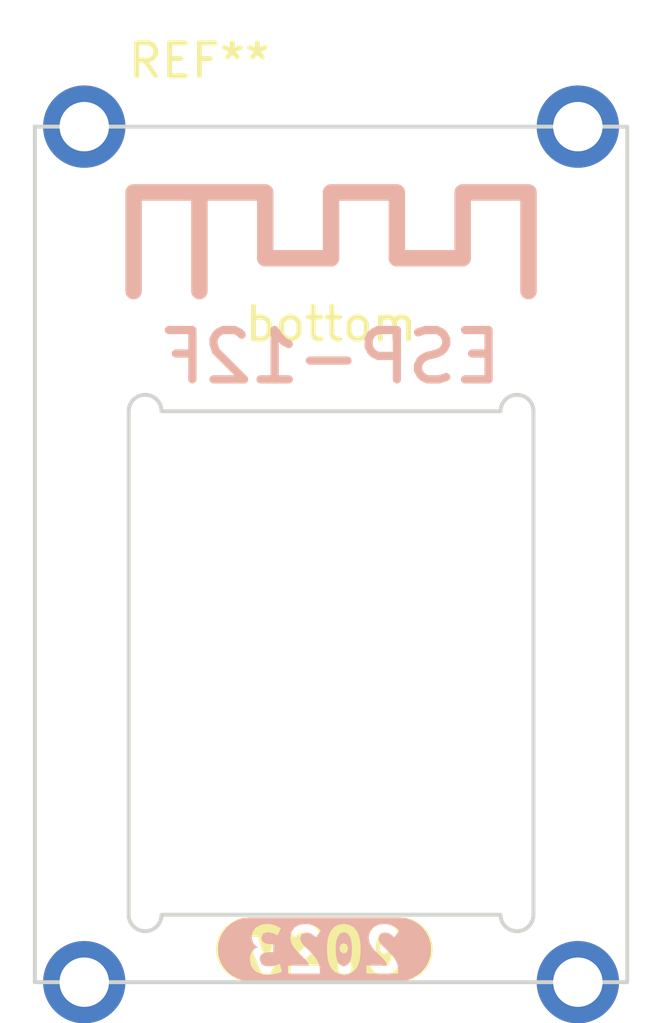
<source format=kicad_pcb>
(kicad_pcb (version 20211014) (generator pcbnew)
  (layers (0 "F.Cu" signal) (31 "B.Cu" signal) (34 "B.Paste" user) (35 "F.Paste" user) (36 "B.SilkS" user "B.Silkscreen") (37 "F.SilkS" user "F.Silkscreen") (38 "B.Mask" user) (39 "F.Mask" user) (44 "Edge.Cuts" user))
  (net 0 "")
  (footprint "kibuzzard-642C03EC" (layer "F.Cu") (at 135.3 125)
    (fp_text reference "kibuzzard-642C03EC" hide)
    (fp_text value "G***" hide)
    (fp_poly (pts (xy -2.322909 -0.967581) (xy -2.323108 -0.967581) (xy -2.511874 -0.948989) (xy -2.693385 -0.893929) (xy -2.860667 -0.804514) (xy -3.007291 -0.684183) (xy -3.127622 -0.537559) (xy -3.217036 -0.370277) (xy -3.272097 -0.188766) (xy -3.290689 0) (xy -3.272097 0.188766) (xy -3.217036 0.370277) (xy -3.127622 0.537559) (xy -3.007291 0.684183) (xy -2.860667 0.804514) (xy -2.693385 0.893929) (xy -2.511874 0.948989) (xy -2.323108 0.967581) (xy -2.322909 0.967581) (xy -1.894284 0.967581) (xy -1.894284 0.738188) (xy -1.966119 0.58883) (xy -2.038747 0.423333) (xy -2.112169 0.241697) (xy -2.166863 0.096069) (xy -2.220218 -0.056257) (xy -2.272233 -0.21528) (xy -2.322909 -0.381) (xy -2.015728 -0.381) (xy -1.992213 -0.287536) (xy -1.964531 -0.188119) (xy -1.933873 -0.085427) (xy -1.901428 0.017859) (xy -1.867793 0.119955) (xy -1.833563 0.219075) (xy -1.768078 0.397669) (xy -1.699022 0.219075) (xy -1.66122 0.119955) (xy -1.624013 0.017859) (xy -1.587698 -0.085427) (xy -1.552575 -0.188119) (xy -1.521321 -0.287536) (xy -1.496616 -0.381) (xy -1.198959 -0.381) (xy -1.250305 -0.21528) (xy -1.30433 -0.056257) (xy -1.361033 0.096069) (xy -1.420416 0.241697) (xy -1.499791 0.423333) (xy -1.575991 0.58883) (xy -1.649016 0.738188) (xy -1.894284 0.738188) (xy -1.894284 0.967581) (xy -0.065484 0.967581) (xy -0.065484 0.738188) (xy -1.027509 0.738188) (xy -1.033463 0.678656) (xy -1.032272 0.62865) (xy -1.021259 0.51435) (xy -0.988219 0.409575) (xy -0.938213 0.313432) (xy -0.8763 0.225028) (xy -0.806053 0.14347) (xy -0.731044 0.067866) (xy -0.656034 -0.003274) (xy -0.585787 -0.071437) (xy -0.473869 -0.200025) (xy -0.429816 -0.326231) (xy -0.484584 -0.465534) (xy -0.622697 -0.51435) (xy -0.767953 -0.481012) (xy -0.917972 -0.369094) (xy -1.063228 -0.573881) (xy -0.960537 -0.660797) (xy -0.842963 -0.721519) (xy -0.718245 -0.757237) (xy -0.594122 -0.769144) (xy -0.420291 -0.74295) (xy -0.272653 -0.664369) (xy -0.170259 -0.532209) (xy -0.132159 -0.347662) (xy -0.160734 -0.201216) (xy -0.236934 -0.064294) (xy -0.344091 0.064294) (xy -0.465534 0.183356) (xy -0.536972 0.251222) (xy -0.613172 0.332184) (xy -0.673894 0.416719) (xy -0.698897 0.4953) (xy -0.065484 0.4953) (xy -0.065484 0.738188) (xy -0.065484 0.967581) (xy 0.622697 0.967581) (xy 0.622697 0.764381) (xy 0.541734 0.750094) (xy 0.473869 0.708422) (xy 0.426244 0.641747) (xy 0.408384 0.550069) (xy 0.426244 0.460772) (xy 0.473869 0.395288) (xy 0.541734 0.354806) (xy 0.622697 0.340519) (xy 0.770334 0.395288) (xy 0.834628 0.550069) (xy 0.770334 0.709613) (xy 0.622697 0.764381) (xy 0.622697 0.967581) (xy 1.810941 0.967581) (xy 1.810941 0.769144) (xy 1.657482 0.747977) (xy 1.530482 0.684477) (xy 1.429941 0.578644) (xy 1.372642 0.470892) (xy 1.331714 0.338138) (xy 1.307157 0.18038) (xy 1.298972 -0.002381) (xy 1.307306 -0.183059) (xy 1.332309 -0.339328) (xy 1.373981 -0.47119) (xy 1.432322 -0.578644) (xy 1.533657 -0.684477) (xy 1.659864 -0.747977) (xy 1.810941 -0.769144) (xy 1.964399 -0.748109) (xy 2.091399 -0.685006) (xy 2.191941 -0.579834) (xy 2.249239 -0.472753) (xy 2.290167 -0.340816) (xy 2.314724 -0.184026) (xy 2.322909 -0.002381) (xy 2.314724 0.18038) (xy 2.290167 0.338138) (xy 2.249239 0.470892) (xy 2.191941 0.578644) (xy 2.091399 0.684477) (xy 1.964399 0.747977) (xy 1.810941 0.769144) (xy 1.810941 0.967581) (xy 2.322909 0.967581) (xy 2.323108 0.967581) (xy 2.511874 0.948989) (xy 2.693385 0.893929) (xy 2.860667 0.804514) (xy 3.007291 0.684183) (xy 3.127622 0.537559) (xy 3.217036 0.370277) (xy 3.272097 0.188766) (xy 3.290689 0) (xy 3.272097 -0.188766) (xy 3.217036 -0.370277) (xy 3.127622 -0.537559) (xy 3.007291 -0.684183) (xy 2.860667 -0.804514) (xy 2.693385 -0.893929) (xy 2.511874 -0.948989) (xy 2.323108 -0.967581) (xy 2.322909 -0.967581) (xy -2.322909 -0.967581)) (layer "F.SilkS") (width 0) (fill solid))
    (fp_poly (pts (xy 2.058591 -0.002381) (xy 2.051579 -0.157295) (xy 2.030545 -0.285485) (xy 1.995487 -0.386953) (xy 1.917799 -0.486073) (xy 1.810941 -0.519112) (xy 1.70557 -0.486073) (xy 1.627584 -0.386953) (xy 1.591866 -0.285485) (xy 1.570434 -0.157295) (xy 1.563291 -0.002381) (xy 1.570434 0.153855) (xy 1.591866 0.28284) (xy 1.627584 0.384572) (xy 1.70557 0.483691) (xy 1.810941 0.516731) (xy 1.813322 0.515995) (xy 1.813322 0.130969) (xy 1.715691 0.084534) (xy 1.679972 -0.026194) (xy 1.715691 -0.138112) (xy 1.813322 -0.185737) (xy 1.907381 -0.138112) (xy 1.944291 -0.026194) (xy 1.907381 0.084534) (xy 1.813322 0.130969) (xy 1.813322 0.515995) (xy 1.917799 0.483691) (xy 1.995487 0.384572) (xy 2.030545 0.28284) (xy 2.051579 0.153855) (xy 2.058591 -0.002381)) (layer "F.SilkS") (width 0) (fill solid))
  )
  (footprint "-local:board" (layer "F.Cu") (at 126.5 100)
    (fp_text reference "SYM1" hide)
    (fp_text value "board_outline")
    (fp_rect (start 0 0) (end 18 26) (layer "Edge.Cuts") (width 0.12) (fill none))
    (pad "" np_thru_hole circle (at 5 25) (size 0.9 0.9) (drill 0.9) (layers F&B.Cu *.Mask))
    (pad "" np_thru_hole circle (at 2 6) (size 0.9 0.9) (drill 0.9) (layers F&B.Cu *.Mask))
    (pad "" np_thru_hole circle (at 16 3) (size 0.9 0.9) (drill 0.9) (layers F&B.Cu *.Mask))
    (pad "1" thru_hole circle (at 1.5 0) (size 2.5 2.5) (drill 1.5) (layers *.Cu *.Mask))
    (pad "2" thru_hole circle (at 16.5 0) (size 2.5 2.5) (drill 1.5) (layers *.Cu *.Mask))
    (pad "3" thru_hole circle (at 16.5 26) (size 2.5 2.5) (drill 1.5) (layers *.Cu *.Mask))
    (pad "4" thru_hole circle (at 1.5 26) (size 2.5 2.5) (drill 1.5) (layers *.Cu *.Mask))
  )
  (footprint "-local:esp-bottom" (layer "F.Cu") (at 126.5 100)
    (fp_text reference "REF**" (at 5 -2 unlocked) (layer "F.SilkS"))
    (fp_text value "esp-bottom")
    (fp_text user "ESP-12F" (at 9 7 unlocked) (layer "B.SilkS") (effects (font (size 1.5 1.5) (thickness 0.25)) (justify mirror)))
    (fp_text user "bottom" (at 9 6 unlocked) (layer "F.SilkS"))
    (fp_line (start 9 2) (end 11 2) (layer "B.SilkS") (width 0.5))
    (fp_line (start 9 4) (end 9 2) (layer "B.SilkS") (width 0.5))
    (fp_line (start 13 4) (end 13 2) (layer "B.SilkS") (width 0.5))
    (fp_line (start 11 2) (end 11 4) (layer "B.SilkS") (width 0.5))
    (fp_line (start 7 4) (end 9 4) (layer "B.SilkS") (width 0.5))
    (fp_line (start 3 2) (end 7 2) (layer "B.SilkS") (width 0.5))
    (fp_line (start 11 4) (end 13 4) (layer "B.SilkS") (width 0.5))
    (fp_line (start 5 5) (end 5 2) (layer "B.SilkS") (width 0.5))
    (fp_line (start 7 2) (end 7 4) (layer "B.SilkS") (width 0.5))
    (fp_line (start 3 5) (end 3 2) (layer "B.SilkS") (width 0.5))
    (fp_line (start 13 2) (end 15 2) (layer "B.SilkS") (width 0.5))
    (fp_line (start 15 2) (end 15 5) (layer "B.SilkS") (width 0.5))
    (fp_line (start 2.85 8.65) (end 2.85 23.95) (layer "Edge.Cuts") (width 0.12))
    (fp_line (start 14.15 8.65) (end 3.85 8.65) (layer "Edge.Cuts") (width 0.12))
    (fp_line (start 15.15 23.95) (end 15.15 8.65) (layer "Edge.Cuts") (width 0.12))
    (fp_line (start 3.85 23.95) (end 14.15 23.95) (layer "Edge.Cuts") (width 0.12))
    (fp_arc (start 14.15 8.65) (mid 14.65 8.15) (end 15.15 8.65) (layer "Edge.Cuts") (width 0.12))
    (fp_arc (start 15.15 23.95) (mid 14.65 24.45) (end 14.15 23.95) (layer "Edge.Cuts") (width 0.12))
    (fp_arc (start 3.85 23.95) (mid 3.35 24.45) (end 2.85 23.95) (layer "Edge.Cuts") (width 0.12))
    (fp_arc (start 2.85 8.65) (mid 3.35 8.15) (end 3.85 8.65) (layer "Edge.Cuts") (width 0.12))
    (pad "" np_thru_hole circle (at 2 11.6) (size 1.05 1.05) (drill 1.05) (layers F&B.Cu *.Mask))
    (pad "" np_thru_hole circle (at 16 23.6) (size 1.05 1.05) (drill 1.05) (layers F&B.Cu *.Mask))
    (pad "" np_thru_hole circle (at 16 21.6) (size 1.05 1.05) (drill 1.05) (layers F&B.Cu *.Mask))
    (pad "" np_thru_hole circle (at 2 13.6) (size 1.05 1.05) (drill 1.05) (layers F&B.Cu *.Mask))
    (pad "" np_thru_hole circle (at 2 15.6) (size 1.05 1.05) (drill 1.05) (layers F&B.Cu *.Mask))
    (pad "" np_thru_hole circle (at 16 11.6) (size 1.05 1.05) (drill 1.05) (layers F&B.Cu *.Mask))
    (pad "" np_thru_hole circle (at 16 19.6) (size 1.05 1.05) (drill 1.05) (layers F&B.Cu *.Mask))
    (pad "" np_thru_hole circle (at 2 9.6) (size 1.05 1.05) (drill 1.05) (layers F&B.Cu *.Mask))
    (pad "" np_thru_hole circle (at 16 9.6) (size 1.05 1.05) (drill 1.05) (layers F&B.Cu *.Mask))
    (pad "" np_thru_hole circle (at 16 15.6) (size 1.05 1.05) (drill 1.05) (layers F&B.Cu *.Mask))
    (pad "" np_thru_hole circle (at 2 21.6) (size 1.05 1.05) (drill 1.05) (layers F&B.Cu *.Mask))
    (pad "" np_thru_hole circle (at 16 13.6) (size 1.05 1.05) (drill 1.05) (layers F&B.Cu *.Mask))
    (pad "" np_thru_hole circle (at 16 17.6) (size 1.05 1.05) (drill 1.05) (layers F&B.Cu *.Mask))
    (pad "" np_thru_hole circle (at 2 19.6) (size 1.05 1.05) (drill 1.05) (layers F&B.Cu *.Mask))
    (pad "" np_thru_hole circle (at 2 23.6) (size 1.05 1.05) (drill 1.05) (layers F&B.Cu *.Mask))
    (pad "" np_thru_hole circle (at 2 17.6) (size 1.05 1.05) (drill 1.05) (layers F&B.Cu *.Mask))
  )
  (footprint "kibuzzard-642C03F5" (layer "B.Cu") (at 135.3 125 180)
    (fp_text reference "kibuzzard-642C03F5" hide)
    (fp_text value "G***" hide)
    (fp_poly (pts (xy -2.271713 0.967581) (xy -2.271911 0.967581) (xy -2.460677 0.948989) (xy -2.642188 0.893929) (xy -2.80947 0.804514) (xy -2.956094 0.684183) (xy -3.076425 0.537559) (xy -3.165839 0.370277) (xy -3.2209 0.188766) (xy -3.239492 0) (xy -3.2209 -0.188766) (xy -3.165839 -0.370277) (xy -3.076425 -0.537559) (xy -2.956094 -0.684183) (xy -2.80947 -0.804514) (xy -2.642188 -0.893929) (xy -2.460677 -0.948989) (xy -2.271911 -0.967581) (xy -2.271713 -0.967581) (xy -1.273969 -0.967581) (xy -1.273969 -0.738188) (xy -2.235994 -0.738188) (xy -2.241947 -0.678656) (xy -2.240756 -0.62865) (xy -2.229743 -0.51435) (xy -2.196703 -0.409575) (xy -2.146697 -0.313432) (xy -2.084784 -0.225028) (xy -2.014538 -0.14347) (xy -1.939528 -0.067866) (xy -1.864519 0.003274) (xy -1.794272 0.071437) (xy -1.682353 0.200025) (xy -1.6383 0.326231) (xy -1.693069 0.465534) (xy -1.831181 0.51435) (xy -1.976438 0.481012) (xy -2.126456 0.369094) (xy -2.271713 0.573881) (xy -2.169021 0.660797) (xy -2.051447 0.721519) (xy -1.926729 0.757237) (xy -1.802606 0.769144) (xy -1.628775 0.74295) (xy -1.481138 0.664369) (xy -1.378744 0.532209) (xy -1.340644 0.347662) (xy -1.369219 0.201216) (xy -1.445419 0.064294) (xy -1.552575 -0.064294) (xy -1.674019 -0.183356) (xy -1.745456 -0.251222) (xy -1.821656 -0.332184) (xy -1.882378 -0.416719) (xy -1.907381 -0.4953) (xy -1.273969 -0.4953) (xy -1.273969 -0.738188) (xy -1.273969 -0.967581) (xy -0.588169 -0.967581) (xy -0.588169 -0.769144) (xy -0.741627 -0.747977) (xy -0.868627 -0.684477) (xy -0.969169 -0.578644) (xy -1.026468 -0.470892) (xy -1.067395 -0.338138) (xy -1.091952 -0.18038) (xy -1.100138 0.002381) (xy -1.091803 0.183059) (xy -1.0668 0.339328) (xy -1.025128 0.47119) (xy -0.966788 0.578644) (xy -0.865452 0.684477) (xy -0.739246 0.747977) (xy -0.588169 0.769144) (xy -0.43471 0.748109) (xy -0.30771 0.685006) (xy -0.207169 0.579834) (xy -0.14987 0.472753) (xy -0.108942 0.340816) (xy -0.084386 0.184026) (xy -0.0762 0.002381) (xy -0.084386 -0.18038) (xy -0.108942 -0.338138) (xy -0.14987 -0.470892) (xy -0.207169 -0.578644) (xy -0.30771 -0.684477) (xy -0.43471 -0.747977) (xy -0.588169 -0.769144) (xy -0.588169 -0.967581) (xy 1.107281 -0.967581) (xy 1.107281 -0.738188) (xy 0.145256 -0.738188) (xy 0.139303 -0.678656) (xy 0.140494 -0.62865) (xy 0.151507 -0.51435) (xy 0.184547 -0.409575) (xy 0.234553 -0.313432) (xy 0.296466 -0.225028) (xy 0.366712 -0.14347) (xy 0.441722 -0.067866) (xy 0.516731 0.003274) (xy 0.586978 0.071437) (xy 0.698897 0.200025) (xy 0.74295 0.326231) (xy 0.688181 0.465534) (xy 0.550069 0.51435) (xy 0.404812 0.481012) (xy 0.254794 0.369094) (xy 0.109537 0.573881) (xy 0.212229 0.660797) (xy 0.329803 0.721519) (xy 0.454521 0.757237) (xy 0.578644 0.769144) (xy 0.752475 0.74295) (xy 0.900112 0.664369) (xy 1.002506 0.532209) (xy 1.040606 0.347662) (xy 1.012031 0.201216) (xy 0.935831 0.064294) (xy 0.828675 -0.064294) (xy 0.707231 -0.183356) (xy 0.635794 -0.251222) (xy 0.559594 -0.332184) (xy 0.498872 -0.416719) (xy 0.473869 -0.4953) (xy 1.107281 -0.4953) (xy 1.107281 -0.738188) (xy 1.107281 -0.967581) (xy 1.704975 -0.967581) (xy 1.704975 -0.769144) (xy 1.589484 -0.760809) (xy 1.472803 -0.740569) (xy 1.369219 -0.714375) (xy 1.2954 -0.688181) (xy 1.35255 -0.442913) (xy 1.494234 -0.492919) (xy 1.589782 -0.512564) (xy 1.702594 -0.519113) (xy 1.830288 -0.503039) (xy 1.913334 -0.454819) (xy 1.974056 -0.295275) (xy 1.950839 -0.196155) (xy 1.881187 -0.132159) (xy 1.775817 -0.097334) (xy 1.645444 -0.085725) (xy 1.554956 -0.085725) (xy 1.554956 0.157162) (xy 1.664494 0.157162) (xy 1.754981 0.166687) (xy 1.835944 0.197644) (xy 1.894284 0.254794) (xy 1.916906 0.345281) (xy 1.868091 0.472678) (xy 1.73355 0.519112) (xy 1.568053 0.491728) (xy 1.426369 0.423862) (xy 1.321594 0.638175) (xy 1.491853 0.725091) (xy 1.604665 0.75813) (xy 1.731169 0.769144) (xy 1.846957 0.761405) (xy 1.946672 0.738187) (xy 2.097881 0.651272) (xy 2.185987 0.519112) (xy 2.214562 0.354806) (xy 2.164556 0.185737) (xy 2.031206 0.061912) (xy 2.132707 0.002977) (xy 2.208609 -0.078581) (xy 2.255937 -0.18038) (xy 2.271712 -0.300038) (xy 2.238375 -0.488156) (xy 2.135981 -0.636984) (xy 2.0574 -0.692944) (xy 1.959769 -0.734616) (xy 1.842492 -0.760512) (xy 1.704975 -0.769144) (xy 1.704975 -0.967581) (xy 2.271712 -0.967581) (xy 2.271911 -0.967581) (xy 2.460677 -0.948989) (xy 2.642188 -0.893929) (xy 2.80947 -0.804514) (xy 2.956094 -0.684183) (xy 3.076425 -0.537559) (xy 3.165839 -0.370277) (xy 3.2209 -0.188766) (xy 3.239492 0) (xy 3.2209 0.188766) (xy 3.165839 0.370277) (xy 3.076425 0.537559) (xy 2.956094 0.684183) (xy 2.80947 0.804514) (xy 2.642188 0.893929) (xy 2.460677 0.948989) (xy 2.271911 0.967581) (xy 2.271712 0.967581) (xy -2.271713 0.967581)) (layer "B.SilkS") (width 0) (fill solid))
    (fp_poly (pts (xy -0.340519 0.002381) (xy -0.34753 0.157295) (xy -0.368565 0.285485) (xy -0.403622 0.386953) (xy -0.48131 0.486073) (xy -0.588169 0.519112) (xy -0.693539 0.486073) (xy -0.771525 0.386953) (xy -0.807244 0.285485) (xy -0.828675 0.157295) (xy -0.835819 0.002381) (xy -0.828675 -0.153855) (xy -0.807244 -0.28284) (xy -0.771525 -0.384572) (xy -0.693539 -0.483691) (xy -0.588169 -0.516731) (xy -0.585788 -0.515995) (xy -0.585788 -0.130969) (xy -0.683419 -0.084534) (xy -0.719138 0.026194) (xy -0.683419 0.138112) (xy -0.585788 0.185737) (xy -0.491728 0.138112) (xy -0.454819 0.026194) (xy -0.491728 -0.084534) (xy -0.585788 -0.130969) (xy -0.585788 -0.515995) (xy -0.48131 -0.483691) (xy -0.403622 -0.384572) (xy -0.368565 -0.28284) (xy -0.34753 -0.153855) (xy -0.340519 0.002381)) (layer "B.SilkS") (width 0) (fill solid))
  )
)
</source>
